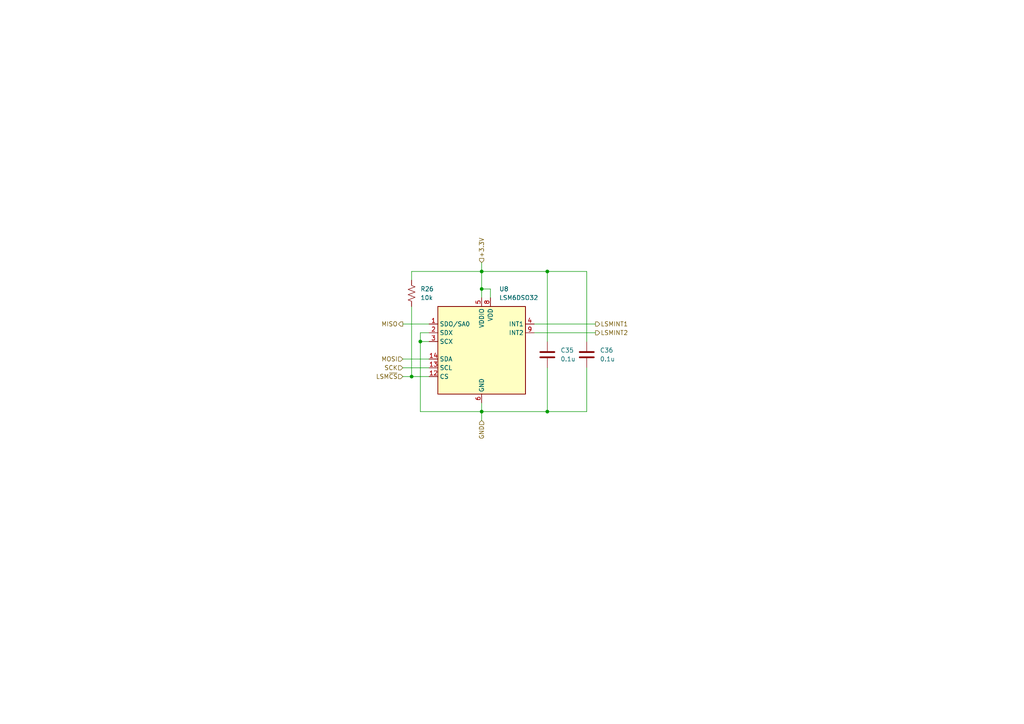
<source format=kicad_sch>
(kicad_sch (version 20230121) (generator eeschema)
  (paper "A4")
  (lib_symbols
    (symbol "Device:C" (pin_numbers hide) (pin_names (offset 0.254))
      (property "Reference" "C" (at 0.635 2.54 0))
      (property "Value" "C" (at 0.635 -2.54 0))
      (symbol "C_0_1"
        (polyline (pts (xy -2.032 -0.762) (xy 2.032 -0.762)) (stroke (width 0.508)))
        (polyline (pts (xy -2.032 0.762) (xy 2.032 0.762)) (stroke (width 0.508)))
      )
      (symbol "C_1_1"
        (pin passive line (at 0 3.81 270) (length 2.794) (name "~") (number "1"))
        (pin passive line (at 0 -3.81 90) (length 2.794) (name "~") (number "2"))
      )
    )
    (symbol "Device:R_US" (pin_numbers hide) (pin_names (offset 0))
      (property "Reference" "R" (at 2.54 0 90))
      (property "Value" "R_US" (at -2.54 0 90))
      (symbol "R_US_0_1"
        (polyline (pts (xy 0 -2.286) (xy 0 -2.54)))
        (polyline (pts (xy 0 2.286) (xy 0 2.54)))
        (polyline (pts (xy 0 -0.762) (xy 1.016 -1.143) (xy 0 -1.524) (xy -1.016 -1.905) (xy 0 -2.286)))
        (polyline (pts (xy 0 0.762) (xy 1.016 0.381) (xy 0 0) (xy -1.016 -0.381) (xy 0 -0.762)))
        (polyline (pts (xy 0 2.286) (xy 1.016 1.905) (xy 0 1.524) (xy -1.016 1.143) (xy 0 0.762)))
      )
      (symbol "R_US_1_1"
        (pin passive line (at 0 3.81 270) (length 1.27) (name "~") (number "1"))
        (pin passive line (at 0 -3.81 90) (length 1.27) (name "~") (number "2"))
      )
    )
    (symbol "erlib:LSM6DSO32"
      (property "Reference" "U" (at -13.97 17.78 0))
      (property "Value" "LSM6DSO32" (at -13.97 13.97 0))
      (symbol "LSM6DSO32_0_1"
        (rectangle (start -12.7 12.7) (end 12.7 -12.7) (stroke (width 0.254)) (fill (type background)))
      )
      (symbol "LSM6DSO32_1_1"
        (pin bidirectional line (at -15.24 7.62 0) (length 2.54) (name "SDO/SA0") (number "1"))
        (pin no_connect line (at 12.7 -5.08 180) (length 3.81) hide (name "NC") (number "10"))
        (pin no_connect line (at 12.7 -2.54 180) (length 3.81) hide (name "NC") (number "11"))
        (pin input line (at -15.24 -7.62 0) (length 2.54) (name "CS") (number "12"))
        (pin input line (at -15.24 -5.08 0) (length 2.54) (name "SCL") (number "13"))
        (pin bidirectional line (at -15.24 -2.54 0) (length 2.54) (name "SDA") (number "14"))
        (pin bidirectional line (at -15.24 5.08 0) (length 2.54) (name "SDX") (number "2"))
        (pin input line (at -15.24 2.54 0) (length 2.54) (name "SCX") (number "3"))
        (pin output line (at 15.24 7.62 180) (length 2.54) (name "INT1") (number "4"))
        (pin power_in line (at 0 15.24 270) (length 2.54) (name "VDDIO") (number "5"))
        (pin power_in line (at 0 -15.24 90) (length 2.54) (name "GND") (number "6"))
        (pin passive line (at 0 -15.24 90) (length 2.54) hide (name "GND") (number "7"))
        (pin power_in line (at 2.54 15.24 270) (length 2.54) (name "VDD") (number "8"))
        (pin output line (at 15.24 5.08 180) (length 2.54) (name "INT2") (number "9"))
      )
    )
  )
  (junction (at 158.75 119.38))
  (junction (at 139.7 78.74))
  (junction (at 139.7 119.38))
  (junction (at 139.7 83.82))
  (junction (at 119.38 109.22))
  (junction (at 158.75 78.74))
  (junction (at 121.92 99.06))
  (wire (pts (xy 139.7 78.74) (xy 139.7 83.82)))
  (wire (pts (xy 121.92 99.06) (xy 121.92 119.38)))
  (wire (pts (xy 154.94 96.52) (xy 172.72 96.52)))
  (wire (pts (xy 158.75 78.74) (xy 158.75 99.06)))
  (wire (pts (xy 121.92 119.38) (xy 139.7 119.38)))
  (wire (pts (xy 121.92 96.52) (xy 121.92 99.06)))
  (wire (pts (xy 142.24 83.82) (xy 139.7 83.82)))
  (wire (pts (xy 158.75 106.68) (xy 158.75 119.38)))
  (wire (pts (xy 139.7 83.82) (xy 139.7 86.36)))
  (wire (pts (xy 170.18 106.68) (xy 170.18 119.38)))
  (wire (pts (xy 158.75 119.38) (xy 139.7 119.38)))
  (wire (pts (xy 119.38 81.28) (xy 119.38 78.74)))
  (wire (pts (xy 170.18 119.38) (xy 158.75 119.38)))
  (wire (pts (xy 124.46 96.52) (xy 121.92 96.52)))
  (wire (pts (xy 119.38 109.22) (xy 124.46 109.22)))
  (wire (pts (xy 124.46 93.98) (xy 116.84 93.98)))
  (wire (pts (xy 170.18 99.06) (xy 170.18 78.74)))
  (wire (pts (xy 124.46 106.68) (xy 116.84 106.68)))
  (wire (pts (xy 170.18 78.74) (xy 158.75 78.74)))
  (wire (pts (xy 142.24 86.36) (xy 142.24 83.82)))
  (wire (pts (xy 119.38 78.74) (xy 139.7 78.74)))
  (wire (pts (xy 139.7 119.38) (xy 139.7 121.92)))
  (wire (pts (xy 119.38 88.9) (xy 119.38 109.22)))
  (wire (pts (xy 154.94 93.98) (xy 172.72 93.98)))
  (wire (pts (xy 121.92 99.06) (xy 124.46 99.06)))
  (wire (pts (xy 139.7 116.84) (xy 139.7 119.38)))
  (wire (pts (xy 116.84 109.22) (xy 119.38 109.22)))
  (wire (pts (xy 124.46 104.14) (xy 116.84 104.14)))
  (wire (pts (xy 139.7 76.2) (xy 139.7 78.74)))
  (wire (pts (xy 158.75 78.74) (xy 139.7 78.74)))
  (hierarchical_label "LSMINT2" (shape output) (at 172.72 96.52 0))
  (hierarchical_label "LSMINT1" (shape output) (at 172.72 93.98 0))
  (hierarchical_label "LSM~{CS}" (shape input) (at 116.84 109.22 180))
  (hierarchical_label "MOSI" (shape input) (at 116.84 104.14 180))
  (hierarchical_label "+3.3V" (shape input) (at 139.7 76.2 90))
  (hierarchical_label "SCK" (shape input) (at 116.84 106.68 180))
  (hierarchical_label "GND" (shape input) (at 139.7 121.92 270))
  (hierarchical_label "MISO" (shape output) (at 116.84 93.98 180))
  (symbol (lib_id "Device:R_US") (at 119.38 85.09 0) (unit 1)
    (property "Reference" "R26" (at 121.92 83.82 0) (effects (justify left)))
    (property "Value" "10k" (at 121.92 86.36 0) (effects (justify left)))
    (property "Footprint" "Resistor_SMD:R_0603_1608Metric" (effects hide))
  )
  (symbol (lib_id "Device:C") (at 170.18 102.87 0) (unit 1)
    (property "Reference" "C36" (at 173.99 101.6 0) (effects (justify left)))
    (property "Value" "0.1u" (at 173.99 104.14 0) (effects (justify left)))
    (property "Footprint" "Capacitor_SMD:C_0603_1608Metric" (effects hide))
  )
  (symbol (lib_id "erlib:LSM6DSO32") (at 139.7 101.6 0) (unit 1)
    (property "Reference" "U8" (at 144.78 83.82 0) (effects (justify left)))
    (property "Value" "LSM6DSO32" (at 144.78 86.36 0) (effects (justify left)))
    (property "Footprint" "Package_LGA:LGA-14_3x2.5mm_P0.5mm_LayoutBorder3x4y" (effects hide))
    (property "Datasheet" "https://www.st.com/resource/en/datasheet/lsm6ds3tr-c.pdf" (effects hide))
  )
  (symbol (lib_id "Device:C") (at 158.75 102.87 0) (unit 1)
    (property "Reference" "C35" (at 162.56 101.6 0) (effects (justify left)))
    (property "Value" "0.1u" (at 162.56 104.14 0) (effects (justify left)))
    (property "Footprint" "Capacitor_SMD:C_0603_1608Metric" (effects hide))
  )
)
</source>
